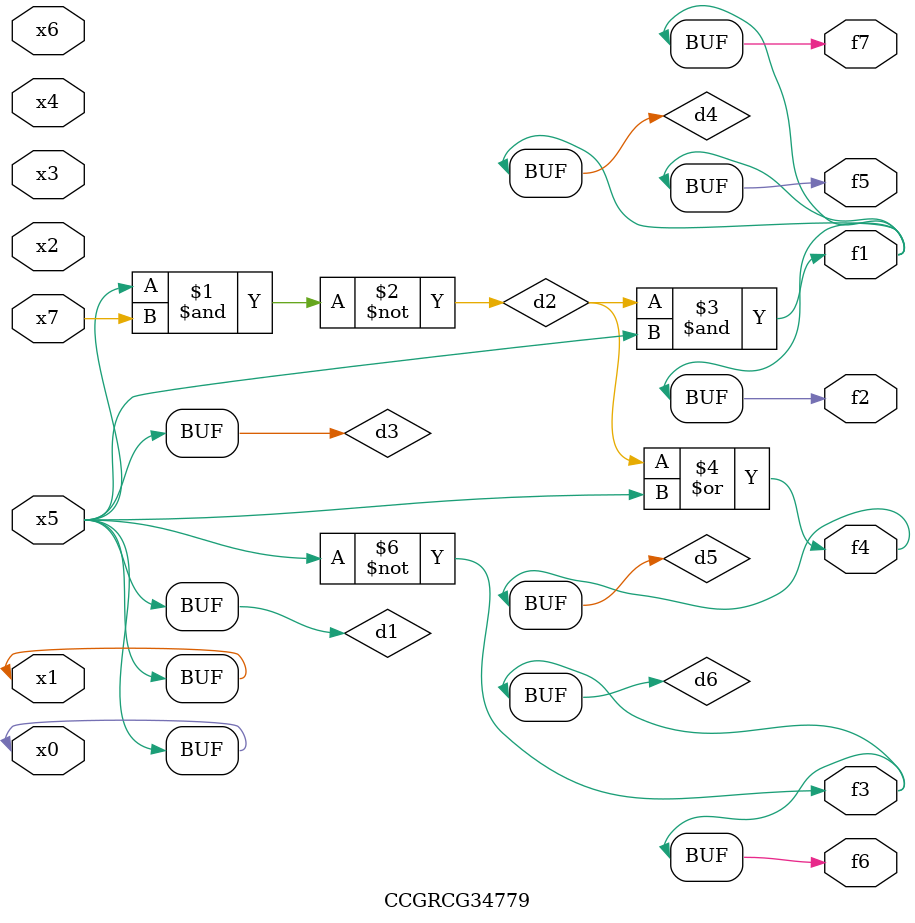
<source format=v>
module CCGRCG34779(
	input x0, x1, x2, x3, x4, x5, x6, x7,
	output f1, f2, f3, f4, f5, f6, f7
);

	wire d1, d2, d3, d4, d5, d6;

	buf (d1, x0, x5);
	nand (d2, x5, x7);
	buf (d3, x0, x1);
	and (d4, d2, d3);
	or (d5, d2, d3);
	nor (d6, d1, d3);
	assign f1 = d4;
	assign f2 = d4;
	assign f3 = d6;
	assign f4 = d5;
	assign f5 = d4;
	assign f6 = d6;
	assign f7 = d4;
endmodule

</source>
